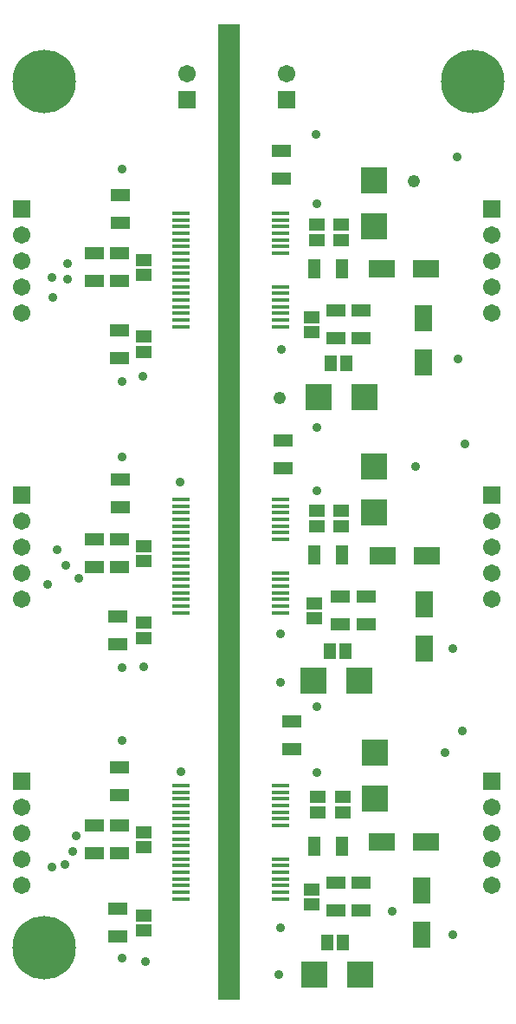
<source format=gts>
G04*
G04 #@! TF.GenerationSoftware,Altium Limited,Altium Designer,20.2.3 (150)*
G04*
G04 Layer_Color=8388736*
%FSLAX25Y25*%
%MOIN*%
G70*
G04*
G04 #@! TF.SameCoordinates,9B11B327-6EB5-4971-87C7-186C775F7969*
G04*
G04*
G04 #@! TF.FilePolarity,Negative*
G04*
G01*
G75*
%ADD21R,0.06575X0.01772*%
%ADD22R,0.06312X0.05131*%
%ADD23R,0.05131X0.06312*%
%ADD24R,0.09855X0.09855*%
%ADD25R,0.09855X0.09855*%
%ADD26R,0.07493X0.05131*%
%ADD27R,0.06902X0.09855*%
%ADD28R,0.09855X0.06902*%
%ADD29R,0.05131X0.07493*%
%ADD30C,0.06706*%
%ADD31R,0.06706X0.06706*%
%ADD32C,0.24422*%
%ADD33C,0.03500*%
%ADD34C,0.04800*%
G36*
X340500Y100000D02*
X332000D01*
Y475000D01*
X340500D01*
Y100000D01*
D02*
G37*
D21*
X317846Y402252D02*
D03*
Y399693D02*
D03*
Y397134D02*
D03*
Y394575D02*
D03*
Y392016D02*
D03*
Y389457D02*
D03*
Y386898D02*
D03*
Y384339D02*
D03*
Y381780D02*
D03*
Y379221D02*
D03*
Y376661D02*
D03*
Y374102D02*
D03*
Y371543D02*
D03*
Y368984D02*
D03*
Y366425D02*
D03*
Y363866D02*
D03*
Y361307D02*
D03*
Y358748D02*
D03*
X356153D02*
D03*
Y361307D02*
D03*
Y363866D02*
D03*
Y366425D02*
D03*
Y368984D02*
D03*
Y371543D02*
D03*
Y374102D02*
D03*
Y386898D02*
D03*
Y389457D02*
D03*
Y392016D02*
D03*
Y394575D02*
D03*
Y397134D02*
D03*
Y399693D02*
D03*
Y402252D02*
D03*
Y138748D02*
D03*
Y143866D02*
D03*
Y151543D02*
D03*
Y146425D02*
D03*
Y174575D02*
D03*
Y182252D02*
D03*
Y179693D02*
D03*
Y177134D02*
D03*
Y172016D02*
D03*
Y169457D02*
D03*
Y166898D02*
D03*
Y154102D02*
D03*
Y148984D02*
D03*
Y141307D02*
D03*
X317846Y138748D02*
D03*
Y141307D02*
D03*
Y143866D02*
D03*
Y146425D02*
D03*
Y148984D02*
D03*
Y151543D02*
D03*
Y154102D02*
D03*
Y156661D02*
D03*
Y159221D02*
D03*
Y161779D02*
D03*
Y164339D02*
D03*
Y166898D02*
D03*
Y169457D02*
D03*
Y172016D02*
D03*
Y174575D02*
D03*
Y177134D02*
D03*
Y179693D02*
D03*
Y182252D02*
D03*
X356153Y248748D02*
D03*
Y253866D02*
D03*
Y261543D02*
D03*
Y256425D02*
D03*
Y284575D02*
D03*
Y292252D02*
D03*
Y289693D02*
D03*
Y287134D02*
D03*
Y282016D02*
D03*
Y279457D02*
D03*
Y276898D02*
D03*
Y264102D02*
D03*
Y258984D02*
D03*
Y251307D02*
D03*
X317846Y248748D02*
D03*
Y251307D02*
D03*
Y253866D02*
D03*
Y256425D02*
D03*
Y258984D02*
D03*
Y261543D02*
D03*
Y264102D02*
D03*
Y266661D02*
D03*
Y269220D02*
D03*
Y271779D02*
D03*
Y274339D02*
D03*
Y276898D02*
D03*
Y279457D02*
D03*
Y282016D02*
D03*
Y284575D02*
D03*
Y287134D02*
D03*
Y289693D02*
D03*
Y292252D02*
D03*
D22*
X368000Y362453D02*
D03*
Y356547D02*
D03*
X369000Y252453D02*
D03*
Y246547D02*
D03*
X379500Y287953D02*
D03*
Y282047D02*
D03*
X368000Y142453D02*
D03*
Y136547D02*
D03*
X303500Y126547D02*
D03*
Y132453D02*
D03*
X380000Y177953D02*
D03*
Y172047D02*
D03*
X370500Y177953D02*
D03*
Y172047D02*
D03*
X303500Y158547D02*
D03*
Y164453D02*
D03*
Y239047D02*
D03*
Y244953D02*
D03*
Y349047D02*
D03*
Y354953D02*
D03*
X379500Y397953D02*
D03*
Y392047D02*
D03*
X370000Y287953D02*
D03*
Y282047D02*
D03*
Y397953D02*
D03*
Y392047D02*
D03*
X303500Y268547D02*
D03*
Y274453D02*
D03*
Y378547D02*
D03*
Y384453D02*
D03*
D23*
X374047Y122000D02*
D03*
X379953D02*
D03*
X375047Y234000D02*
D03*
X380953D02*
D03*
X375547Y344500D02*
D03*
X381453D02*
D03*
D24*
X370642Y331500D02*
D03*
X388358D02*
D03*
X386358Y222500D02*
D03*
X368642D02*
D03*
X386858Y109500D02*
D03*
X369142D02*
D03*
D25*
X392000Y414858D02*
D03*
Y397142D02*
D03*
Y304858D02*
D03*
Y287142D02*
D03*
X392500Y177142D02*
D03*
Y194858D02*
D03*
D26*
X360500Y206815D02*
D03*
Y196185D02*
D03*
X387000Y134185D02*
D03*
Y144815D02*
D03*
X377500D02*
D03*
Y134185D02*
D03*
X293500Y124185D02*
D03*
Y134815D02*
D03*
X284500Y156185D02*
D03*
Y166815D02*
D03*
X294000Y156185D02*
D03*
Y166815D02*
D03*
Y189315D02*
D03*
Y178685D02*
D03*
X294500Y299815D02*
D03*
Y289185D02*
D03*
X284500Y266185D02*
D03*
Y276815D02*
D03*
X294000Y266185D02*
D03*
Y276815D02*
D03*
X356500Y426315D02*
D03*
Y415685D02*
D03*
X387000Y354185D02*
D03*
Y364815D02*
D03*
X294000Y357315D02*
D03*
Y346685D02*
D03*
X294500Y398685D02*
D03*
Y409315D02*
D03*
X284500Y386815D02*
D03*
Y376185D02*
D03*
X294000Y386815D02*
D03*
Y376185D02*
D03*
X377500Y354185D02*
D03*
Y364815D02*
D03*
X357000Y304185D02*
D03*
Y314815D02*
D03*
X379000Y244185D02*
D03*
Y254815D02*
D03*
X389000D02*
D03*
Y244185D02*
D03*
X293500Y247315D02*
D03*
Y236685D02*
D03*
D27*
X410500Y125035D02*
D03*
Y141965D02*
D03*
X411500Y235035D02*
D03*
Y251965D02*
D03*
X411000Y345035D02*
D03*
Y361965D02*
D03*
D28*
X395035Y160500D02*
D03*
X411965D02*
D03*
X395535Y270500D02*
D03*
X412465D02*
D03*
X411965Y381000D02*
D03*
X395035D02*
D03*
D29*
X369185Y159000D02*
D03*
X379815D02*
D03*
X369185Y271000D02*
D03*
X379815D02*
D03*
Y381000D02*
D03*
X369185D02*
D03*
D30*
X437500Y364000D02*
D03*
Y374000D02*
D03*
Y384000D02*
D03*
Y394000D02*
D03*
X256500Y364000D02*
D03*
Y374000D02*
D03*
Y384000D02*
D03*
Y394000D02*
D03*
Y284000D02*
D03*
Y274000D02*
D03*
Y264000D02*
D03*
Y254000D02*
D03*
Y174000D02*
D03*
Y164000D02*
D03*
Y154000D02*
D03*
Y144000D02*
D03*
X437500Y174000D02*
D03*
Y164000D02*
D03*
Y154000D02*
D03*
Y144000D02*
D03*
Y254000D02*
D03*
Y264000D02*
D03*
Y274000D02*
D03*
Y284000D02*
D03*
X358500Y456000D02*
D03*
X320000D02*
D03*
D31*
X437500Y404000D02*
D03*
X256500D02*
D03*
Y294000D02*
D03*
Y184000D02*
D03*
X437500D02*
D03*
Y294000D02*
D03*
X358500Y446000D02*
D03*
X320000D02*
D03*
D32*
X265000Y453000D02*
D03*
Y120000D02*
D03*
X430000Y453000D02*
D03*
D33*
X370029Y187130D02*
D03*
X370000Y295500D02*
D03*
X356500Y350000D02*
D03*
X356000Y127500D02*
D03*
Y240500D02*
D03*
X273000Y152000D02*
D03*
X317836Y187645D02*
D03*
X278500Y262000D02*
D03*
X317500Y299000D02*
D03*
X422500Y125000D02*
D03*
X422465Y235035D02*
D03*
X425932Y203175D02*
D03*
X419500Y195000D02*
D03*
X427000Y313500D02*
D03*
X424000Y424000D02*
D03*
X274000Y383000D02*
D03*
X274000Y377000D02*
D03*
X268000Y377500D02*
D03*
X276000Y157000D02*
D03*
X277500Y163000D02*
D03*
X268000Y151000D02*
D03*
X273500Y267000D02*
D03*
X270000Y273000D02*
D03*
X266500Y259500D02*
D03*
X268500Y370000D02*
D03*
X303500Y228000D02*
D03*
X304000Y114500D02*
D03*
X295000Y116000D02*
D03*
Y199500D02*
D03*
X295089Y227594D02*
D03*
X295000Y337500D02*
D03*
X295154Y308668D02*
D03*
X399000Y134000D02*
D03*
X355500Y109500D02*
D03*
X408000Y305000D02*
D03*
X370000Y212500D02*
D03*
X356000Y222000D02*
D03*
X424266Y346313D02*
D03*
X370164Y319942D02*
D03*
X303000Y339500D02*
D03*
X294970Y419160D02*
D03*
X369750Y432500D02*
D03*
X370000Y406000D02*
D03*
D34*
X407362Y414767D02*
D03*
X355803Y331423D02*
D03*
M02*

</source>
